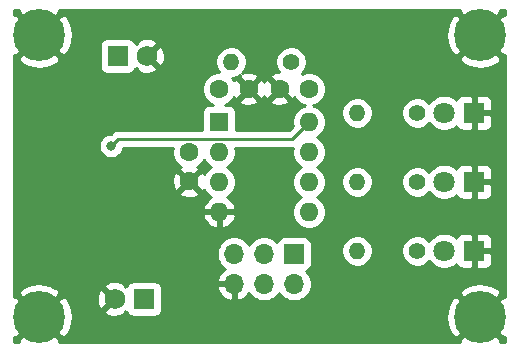
<source format=gbr>
G04 #@! TF.GenerationSoftware,KiCad,Pcbnew,(5.1.5)-3*
G04 #@! TF.CreationDate,2020-01-24T11:16:49+01:00*
G04 #@! TF.ProjectId,Ladestandsanzeige,4c616465-7374-4616-9e64-73616e7a6569,rev?*
G04 #@! TF.SameCoordinates,Original*
G04 #@! TF.FileFunction,Copper,L2,Bot*
G04 #@! TF.FilePolarity,Positive*
%FSLAX46Y46*%
G04 Gerber Fmt 4.6, Leading zero omitted, Abs format (unit mm)*
G04 Created by KiCad (PCBNEW (5.1.5)-3) date 2020-01-24 11:16:49*
%MOMM*%
%LPD*%
G04 APERTURE LIST*
%ADD10C,4.400000*%
%ADD11C,1.600000*%
%ADD12R,1.800000X1.800000*%
%ADD13C,1.800000*%
%ADD14R,1.750000X1.750000*%
%ADD15C,1.750000*%
%ADD16R,1.700000X1.700000*%
%ADD17O,1.700000X1.700000*%
%ADD18R,1.600000X1.600000*%
%ADD19O,1.600000X1.600000*%
%ADD20C,1.400000*%
%ADD21O,1.400000X1.400000*%
%ADD22C,0.800000*%
%ADD23C,0.250000*%
%ADD24C,0.254000*%
G04 APERTURE END LIST*
D10*
X159766000Y-124206000D03*
X122428000Y-124206000D03*
X159766000Y-100330000D03*
X122428000Y-100330000D03*
D11*
X140168000Y-104902000D03*
X137668000Y-104902000D03*
X145288000Y-104902000D03*
X142788000Y-104902000D03*
D12*
X159258000Y-118618000D03*
D13*
X156718000Y-118618000D03*
X156718000Y-112776000D03*
D12*
X159258000Y-112776000D03*
X159258000Y-106934000D03*
D13*
X156718000Y-106934000D03*
D14*
X131318000Y-122682000D03*
D15*
X128818000Y-122682000D03*
X131572000Y-102108000D03*
D14*
X129072000Y-102108000D03*
D16*
X144018000Y-118872000D03*
D17*
X144018000Y-121412000D03*
X141478000Y-118872000D03*
X141478000Y-121412000D03*
X138938000Y-118872000D03*
X138938000Y-121412000D03*
D18*
X137668000Y-107696000D03*
D19*
X145288000Y-115316000D03*
X137668000Y-110236000D03*
X145288000Y-112776000D03*
X137668000Y-112776000D03*
X145288000Y-110236000D03*
X137668000Y-115316000D03*
X145288000Y-107696000D03*
D11*
X135128000Y-110236000D03*
X135128000Y-112736000D03*
D20*
X143764000Y-102616000D03*
D21*
X138684000Y-102616000D03*
D20*
X154432000Y-118618000D03*
D21*
X149352000Y-118618000D03*
X149352000Y-112776000D03*
D20*
X154432000Y-112776000D03*
X154432000Y-106934000D03*
D21*
X149352000Y-106934000D03*
D22*
X128524000Y-109728000D03*
D23*
X143873001Y-109110999D02*
X129141001Y-109110999D01*
X145288000Y-107696000D02*
X143873001Y-109110999D01*
X129141001Y-109110999D02*
X128524000Y-109728000D01*
D24*
G36*
X120617830Y-98340225D02*
G01*
X122428000Y-100150395D01*
X124238170Y-98340225D01*
X124148730Y-98196000D01*
X158045270Y-98196000D01*
X157955830Y-98340225D01*
X159766000Y-100150395D01*
X161576170Y-98340225D01*
X161486730Y-98196000D01*
X161900000Y-98196000D01*
X161900000Y-98609270D01*
X161755775Y-98519830D01*
X159945605Y-100330000D01*
X161755775Y-102140170D01*
X161900000Y-102050730D01*
X161900001Y-122485271D01*
X161755775Y-122395830D01*
X159945605Y-124206000D01*
X161755775Y-126016170D01*
X161900001Y-125926729D01*
X161900001Y-126340000D01*
X161486730Y-126340000D01*
X161576170Y-126195775D01*
X159766000Y-124385605D01*
X157955830Y-126195775D01*
X158045270Y-126340000D01*
X124148730Y-126340000D01*
X124238170Y-126195775D01*
X122428000Y-124385605D01*
X120617830Y-126195775D01*
X120707270Y-126340000D01*
X120294000Y-126340000D01*
X120294000Y-125926730D01*
X120438225Y-126016170D01*
X122248395Y-124206000D01*
X122607605Y-124206000D01*
X124417775Y-126016170D01*
X124805018Y-125776024D01*
X125065641Y-125282123D01*
X125224901Y-124746867D01*
X125273852Y-124221174D01*
X156917322Y-124221174D01*
X156975019Y-124776632D01*
X157139972Y-125310161D01*
X157388982Y-125776024D01*
X157776225Y-126016170D01*
X159586395Y-124206000D01*
X157776225Y-122395830D01*
X157388982Y-122635976D01*
X157128359Y-123129877D01*
X156969099Y-123665133D01*
X156917322Y-124221174D01*
X125273852Y-124221174D01*
X125276678Y-124190826D01*
X125218981Y-123635368D01*
X125054028Y-123101839D01*
X124865722Y-122749543D01*
X127302196Y-122749543D01*
X127344499Y-123043963D01*
X127443428Y-123324474D01*
X127520132Y-123467975D01*
X127771760Y-123548635D01*
X128638395Y-122682000D01*
X127771760Y-121815365D01*
X127520132Y-121896025D01*
X127391733Y-122164329D01*
X127318145Y-122452526D01*
X127302196Y-122749543D01*
X124865722Y-122749543D01*
X124805018Y-122635976D01*
X124417775Y-122395830D01*
X122607605Y-124206000D01*
X122248395Y-124206000D01*
X120438225Y-122395830D01*
X120294000Y-122485270D01*
X120294000Y-122216225D01*
X120617830Y-122216225D01*
X122428000Y-124026395D01*
X124238170Y-122216225D01*
X123998024Y-121828982D01*
X123631854Y-121635760D01*
X127951365Y-121635760D01*
X128818000Y-122502395D01*
X128832143Y-122488253D01*
X129011748Y-122667858D01*
X128997605Y-122682000D01*
X129011748Y-122696143D01*
X128832143Y-122875748D01*
X128818000Y-122861605D01*
X127951365Y-123728240D01*
X128032025Y-123979868D01*
X128300329Y-124108267D01*
X128588526Y-124181855D01*
X128885543Y-124197804D01*
X129179963Y-124155501D01*
X129460474Y-124056572D01*
X129603975Y-123979868D01*
X129684634Y-123728242D01*
X129800659Y-123844267D01*
X129851228Y-123793698D01*
X129853498Y-123801180D01*
X129912463Y-123911494D01*
X129991815Y-124008185D01*
X130088506Y-124087537D01*
X130198820Y-124146502D01*
X130318518Y-124182812D01*
X130443000Y-124195072D01*
X132193000Y-124195072D01*
X132317482Y-124182812D01*
X132437180Y-124146502D01*
X132547494Y-124087537D01*
X132644185Y-124008185D01*
X132723537Y-123911494D01*
X132782502Y-123801180D01*
X132818812Y-123681482D01*
X132831072Y-123557000D01*
X132831072Y-121807000D01*
X132827319Y-121768891D01*
X137496519Y-121768891D01*
X137593843Y-122043252D01*
X137742822Y-122293355D01*
X137937731Y-122509588D01*
X138171080Y-122683641D01*
X138433901Y-122808825D01*
X138581110Y-122853476D01*
X138811000Y-122732155D01*
X138811000Y-121539000D01*
X137617186Y-121539000D01*
X137496519Y-121768891D01*
X132827319Y-121768891D01*
X132818812Y-121682518D01*
X132782502Y-121562820D01*
X132723537Y-121452506D01*
X132644185Y-121355815D01*
X132547494Y-121276463D01*
X132437180Y-121217498D01*
X132317482Y-121181188D01*
X132193000Y-121168928D01*
X130443000Y-121168928D01*
X130318518Y-121181188D01*
X130198820Y-121217498D01*
X130088506Y-121276463D01*
X129991815Y-121355815D01*
X129912463Y-121452506D01*
X129853498Y-121562820D01*
X129851228Y-121570302D01*
X129800659Y-121519733D01*
X129684634Y-121635758D01*
X129603975Y-121384132D01*
X129335671Y-121255733D01*
X129047474Y-121182145D01*
X128750457Y-121166196D01*
X128456037Y-121208499D01*
X128175526Y-121307428D01*
X128032025Y-121384132D01*
X127951365Y-121635760D01*
X123631854Y-121635760D01*
X123504123Y-121568359D01*
X122968867Y-121409099D01*
X122412826Y-121357322D01*
X121857368Y-121415019D01*
X121323839Y-121579972D01*
X120857976Y-121828982D01*
X120617830Y-122216225D01*
X120294000Y-122216225D01*
X120294000Y-118725740D01*
X137453000Y-118725740D01*
X137453000Y-119018260D01*
X137510068Y-119305158D01*
X137622010Y-119575411D01*
X137784525Y-119818632D01*
X137991368Y-120025475D01*
X138167406Y-120143100D01*
X137937731Y-120314412D01*
X137742822Y-120530645D01*
X137593843Y-120780748D01*
X137496519Y-121055109D01*
X137617186Y-121285000D01*
X138811000Y-121285000D01*
X138811000Y-121265000D01*
X139065000Y-121265000D01*
X139065000Y-121285000D01*
X139085000Y-121285000D01*
X139085000Y-121539000D01*
X139065000Y-121539000D01*
X139065000Y-122732155D01*
X139294890Y-122853476D01*
X139442099Y-122808825D01*
X139704920Y-122683641D01*
X139938269Y-122509588D01*
X140133178Y-122293355D01*
X140202805Y-122176466D01*
X140324525Y-122358632D01*
X140531368Y-122565475D01*
X140774589Y-122727990D01*
X141044842Y-122839932D01*
X141331740Y-122897000D01*
X141624260Y-122897000D01*
X141911158Y-122839932D01*
X142181411Y-122727990D01*
X142424632Y-122565475D01*
X142631475Y-122358632D01*
X142748000Y-122184240D01*
X142864525Y-122358632D01*
X143071368Y-122565475D01*
X143314589Y-122727990D01*
X143584842Y-122839932D01*
X143871740Y-122897000D01*
X144164260Y-122897000D01*
X144451158Y-122839932D01*
X144721411Y-122727990D01*
X144964632Y-122565475D01*
X145171475Y-122358632D01*
X145266628Y-122216225D01*
X157955830Y-122216225D01*
X159766000Y-124026395D01*
X161576170Y-122216225D01*
X161336024Y-121828982D01*
X160842123Y-121568359D01*
X160306867Y-121409099D01*
X159750826Y-121357322D01*
X159195368Y-121415019D01*
X158661839Y-121579972D01*
X158195976Y-121828982D01*
X157955830Y-122216225D01*
X145266628Y-122216225D01*
X145333990Y-122115411D01*
X145445932Y-121845158D01*
X145503000Y-121558260D01*
X145503000Y-121265740D01*
X145445932Y-120978842D01*
X145333990Y-120708589D01*
X145171475Y-120465368D01*
X145039620Y-120333513D01*
X145112180Y-120311502D01*
X145222494Y-120252537D01*
X145319185Y-120173185D01*
X145398537Y-120076494D01*
X145457502Y-119966180D01*
X145493812Y-119846482D01*
X145506072Y-119722000D01*
X145506072Y-118486514D01*
X148017000Y-118486514D01*
X148017000Y-118749486D01*
X148068304Y-119007405D01*
X148168939Y-119250359D01*
X148315038Y-119469013D01*
X148500987Y-119654962D01*
X148719641Y-119801061D01*
X148962595Y-119901696D01*
X149220514Y-119953000D01*
X149483486Y-119953000D01*
X149741405Y-119901696D01*
X149984359Y-119801061D01*
X150203013Y-119654962D01*
X150388962Y-119469013D01*
X150535061Y-119250359D01*
X150635696Y-119007405D01*
X150687000Y-118749486D01*
X150687000Y-118486514D01*
X153097000Y-118486514D01*
X153097000Y-118749486D01*
X153148304Y-119007405D01*
X153248939Y-119250359D01*
X153395038Y-119469013D01*
X153580987Y-119654962D01*
X153799641Y-119801061D01*
X154042595Y-119901696D01*
X154300514Y-119953000D01*
X154563486Y-119953000D01*
X154821405Y-119901696D01*
X155064359Y-119801061D01*
X155283013Y-119654962D01*
X155451901Y-119486074D01*
X155525688Y-119596505D01*
X155739495Y-119810312D01*
X155990905Y-119978299D01*
X156270257Y-120094011D01*
X156566816Y-120153000D01*
X156869184Y-120153000D01*
X157165743Y-120094011D01*
X157445095Y-119978299D01*
X157696505Y-119810312D01*
X157762944Y-119743873D01*
X157768498Y-119762180D01*
X157827463Y-119872494D01*
X157906815Y-119969185D01*
X158003506Y-120048537D01*
X158113820Y-120107502D01*
X158233518Y-120143812D01*
X158358000Y-120156072D01*
X158972250Y-120153000D01*
X159131000Y-119994250D01*
X159131000Y-118745000D01*
X159385000Y-118745000D01*
X159385000Y-119994250D01*
X159543750Y-120153000D01*
X160158000Y-120156072D01*
X160282482Y-120143812D01*
X160402180Y-120107502D01*
X160512494Y-120048537D01*
X160609185Y-119969185D01*
X160688537Y-119872494D01*
X160747502Y-119762180D01*
X160783812Y-119642482D01*
X160796072Y-119518000D01*
X160793000Y-118903750D01*
X160634250Y-118745000D01*
X159385000Y-118745000D01*
X159131000Y-118745000D01*
X159111000Y-118745000D01*
X159111000Y-118491000D01*
X159131000Y-118491000D01*
X159131000Y-117241750D01*
X159385000Y-117241750D01*
X159385000Y-118491000D01*
X160634250Y-118491000D01*
X160793000Y-118332250D01*
X160796072Y-117718000D01*
X160783812Y-117593518D01*
X160747502Y-117473820D01*
X160688537Y-117363506D01*
X160609185Y-117266815D01*
X160512494Y-117187463D01*
X160402180Y-117128498D01*
X160282482Y-117092188D01*
X160158000Y-117079928D01*
X159543750Y-117083000D01*
X159385000Y-117241750D01*
X159131000Y-117241750D01*
X158972250Y-117083000D01*
X158358000Y-117079928D01*
X158233518Y-117092188D01*
X158113820Y-117128498D01*
X158003506Y-117187463D01*
X157906815Y-117266815D01*
X157827463Y-117363506D01*
X157768498Y-117473820D01*
X157762944Y-117492127D01*
X157696505Y-117425688D01*
X157445095Y-117257701D01*
X157165743Y-117141989D01*
X156869184Y-117083000D01*
X156566816Y-117083000D01*
X156270257Y-117141989D01*
X155990905Y-117257701D01*
X155739495Y-117425688D01*
X155525688Y-117639495D01*
X155451901Y-117749926D01*
X155283013Y-117581038D01*
X155064359Y-117434939D01*
X154821405Y-117334304D01*
X154563486Y-117283000D01*
X154300514Y-117283000D01*
X154042595Y-117334304D01*
X153799641Y-117434939D01*
X153580987Y-117581038D01*
X153395038Y-117766987D01*
X153248939Y-117985641D01*
X153148304Y-118228595D01*
X153097000Y-118486514D01*
X150687000Y-118486514D01*
X150635696Y-118228595D01*
X150535061Y-117985641D01*
X150388962Y-117766987D01*
X150203013Y-117581038D01*
X149984359Y-117434939D01*
X149741405Y-117334304D01*
X149483486Y-117283000D01*
X149220514Y-117283000D01*
X148962595Y-117334304D01*
X148719641Y-117434939D01*
X148500987Y-117581038D01*
X148315038Y-117766987D01*
X148168939Y-117985641D01*
X148068304Y-118228595D01*
X148017000Y-118486514D01*
X145506072Y-118486514D01*
X145506072Y-118022000D01*
X145493812Y-117897518D01*
X145457502Y-117777820D01*
X145398537Y-117667506D01*
X145319185Y-117570815D01*
X145222494Y-117491463D01*
X145112180Y-117432498D01*
X144992482Y-117396188D01*
X144868000Y-117383928D01*
X143168000Y-117383928D01*
X143043518Y-117396188D01*
X142923820Y-117432498D01*
X142813506Y-117491463D01*
X142716815Y-117570815D01*
X142637463Y-117667506D01*
X142578498Y-117777820D01*
X142556487Y-117850380D01*
X142424632Y-117718525D01*
X142181411Y-117556010D01*
X141911158Y-117444068D01*
X141624260Y-117387000D01*
X141331740Y-117387000D01*
X141044842Y-117444068D01*
X140774589Y-117556010D01*
X140531368Y-117718525D01*
X140324525Y-117925368D01*
X140208000Y-118099760D01*
X140091475Y-117925368D01*
X139884632Y-117718525D01*
X139641411Y-117556010D01*
X139371158Y-117444068D01*
X139084260Y-117387000D01*
X138791740Y-117387000D01*
X138504842Y-117444068D01*
X138234589Y-117556010D01*
X137991368Y-117718525D01*
X137784525Y-117925368D01*
X137622010Y-118168589D01*
X137510068Y-118438842D01*
X137453000Y-118725740D01*
X120294000Y-118725740D01*
X120294000Y-115665039D01*
X136276096Y-115665039D01*
X136316754Y-115799087D01*
X136436963Y-116053420D01*
X136604481Y-116279414D01*
X136812869Y-116468385D01*
X137054119Y-116613070D01*
X137318960Y-116707909D01*
X137541000Y-116586624D01*
X137541000Y-115443000D01*
X137795000Y-115443000D01*
X137795000Y-116586624D01*
X138017040Y-116707909D01*
X138281881Y-116613070D01*
X138523131Y-116468385D01*
X138731519Y-116279414D01*
X138899037Y-116053420D01*
X139019246Y-115799087D01*
X139059904Y-115665039D01*
X138937915Y-115443000D01*
X137795000Y-115443000D01*
X137541000Y-115443000D01*
X136398085Y-115443000D01*
X136276096Y-115665039D01*
X120294000Y-115665039D01*
X120294000Y-113728702D01*
X134314903Y-113728702D01*
X134386486Y-113972671D01*
X134641996Y-114093571D01*
X134916184Y-114162300D01*
X135198512Y-114176217D01*
X135478130Y-114134787D01*
X135744292Y-114039603D01*
X135869514Y-113972671D01*
X135941097Y-113728702D01*
X135128000Y-112915605D01*
X134314903Y-113728702D01*
X120294000Y-113728702D01*
X120294000Y-112806512D01*
X133687783Y-112806512D01*
X133729213Y-113086130D01*
X133824397Y-113352292D01*
X133891329Y-113477514D01*
X134135298Y-113549097D01*
X134948395Y-112736000D01*
X134135298Y-111922903D01*
X133891329Y-111994486D01*
X133770429Y-112249996D01*
X133701700Y-112524184D01*
X133687783Y-112806512D01*
X120294000Y-112806512D01*
X120294000Y-109626061D01*
X127489000Y-109626061D01*
X127489000Y-109829939D01*
X127528774Y-110029898D01*
X127606795Y-110218256D01*
X127720063Y-110387774D01*
X127864226Y-110531937D01*
X128033744Y-110645205D01*
X128222102Y-110723226D01*
X128422061Y-110763000D01*
X128625939Y-110763000D01*
X128825898Y-110723226D01*
X129014256Y-110645205D01*
X129183774Y-110531937D01*
X129327937Y-110387774D01*
X129441205Y-110218256D01*
X129519226Y-110029898D01*
X129550833Y-109870999D01*
X133737491Y-109870999D01*
X133693000Y-110094665D01*
X133693000Y-110377335D01*
X133748147Y-110654574D01*
X133856320Y-110915727D01*
X134013363Y-111150759D01*
X134213241Y-111350637D01*
X134413869Y-111484692D01*
X134386486Y-111499329D01*
X134314903Y-111743298D01*
X135128000Y-112556395D01*
X135941097Y-111743298D01*
X135869514Y-111499329D01*
X135840659Y-111485676D01*
X136042759Y-111350637D01*
X136242637Y-111150759D01*
X136398000Y-110918241D01*
X136553363Y-111150759D01*
X136753241Y-111350637D01*
X136985759Y-111506000D01*
X136753241Y-111661363D01*
X136553363Y-111861241D01*
X136408963Y-112077351D01*
X136364671Y-111994486D01*
X136120702Y-111922903D01*
X135307605Y-112736000D01*
X136120702Y-113549097D01*
X136364671Y-113477514D01*
X136386359Y-113431679D01*
X136396320Y-113455727D01*
X136553363Y-113690759D01*
X136753241Y-113890637D01*
X136988273Y-114047680D01*
X136998865Y-114052067D01*
X136812869Y-114163615D01*
X136604481Y-114352586D01*
X136436963Y-114578580D01*
X136316754Y-114832913D01*
X136276096Y-114966961D01*
X136398085Y-115189000D01*
X137541000Y-115189000D01*
X137541000Y-115169000D01*
X137795000Y-115169000D01*
X137795000Y-115189000D01*
X138937915Y-115189000D01*
X139059904Y-114966961D01*
X139019246Y-114832913D01*
X138899037Y-114578580D01*
X138731519Y-114352586D01*
X138523131Y-114163615D01*
X138337135Y-114052067D01*
X138347727Y-114047680D01*
X138582759Y-113890637D01*
X138782637Y-113690759D01*
X138939680Y-113455727D01*
X139047853Y-113194574D01*
X139103000Y-112917335D01*
X139103000Y-112634665D01*
X139047853Y-112357426D01*
X138939680Y-112096273D01*
X138782637Y-111861241D01*
X138582759Y-111661363D01*
X138350241Y-111506000D01*
X138582759Y-111350637D01*
X138782637Y-111150759D01*
X138939680Y-110915727D01*
X139047853Y-110654574D01*
X139103000Y-110377335D01*
X139103000Y-110094665D01*
X139058509Y-109870999D01*
X143835679Y-109870999D01*
X143873001Y-109874675D01*
X143897234Y-109872288D01*
X143853000Y-110094665D01*
X143853000Y-110377335D01*
X143908147Y-110654574D01*
X144016320Y-110915727D01*
X144173363Y-111150759D01*
X144373241Y-111350637D01*
X144605759Y-111506000D01*
X144373241Y-111661363D01*
X144173363Y-111861241D01*
X144016320Y-112096273D01*
X143908147Y-112357426D01*
X143853000Y-112634665D01*
X143853000Y-112917335D01*
X143908147Y-113194574D01*
X144016320Y-113455727D01*
X144173363Y-113690759D01*
X144373241Y-113890637D01*
X144605759Y-114046000D01*
X144373241Y-114201363D01*
X144173363Y-114401241D01*
X144016320Y-114636273D01*
X143908147Y-114897426D01*
X143853000Y-115174665D01*
X143853000Y-115457335D01*
X143908147Y-115734574D01*
X144016320Y-115995727D01*
X144173363Y-116230759D01*
X144373241Y-116430637D01*
X144608273Y-116587680D01*
X144869426Y-116695853D01*
X145146665Y-116751000D01*
X145429335Y-116751000D01*
X145706574Y-116695853D01*
X145967727Y-116587680D01*
X146202759Y-116430637D01*
X146402637Y-116230759D01*
X146559680Y-115995727D01*
X146667853Y-115734574D01*
X146723000Y-115457335D01*
X146723000Y-115174665D01*
X146667853Y-114897426D01*
X146559680Y-114636273D01*
X146402637Y-114401241D01*
X146202759Y-114201363D01*
X145970241Y-114046000D01*
X146202759Y-113890637D01*
X146402637Y-113690759D01*
X146559680Y-113455727D01*
X146667853Y-113194574D01*
X146723000Y-112917335D01*
X146723000Y-112644514D01*
X148017000Y-112644514D01*
X148017000Y-112907486D01*
X148068304Y-113165405D01*
X148168939Y-113408359D01*
X148315038Y-113627013D01*
X148500987Y-113812962D01*
X148719641Y-113959061D01*
X148962595Y-114059696D01*
X149220514Y-114111000D01*
X149483486Y-114111000D01*
X149741405Y-114059696D01*
X149984359Y-113959061D01*
X150203013Y-113812962D01*
X150388962Y-113627013D01*
X150535061Y-113408359D01*
X150635696Y-113165405D01*
X150687000Y-112907486D01*
X150687000Y-112644514D01*
X153097000Y-112644514D01*
X153097000Y-112907486D01*
X153148304Y-113165405D01*
X153248939Y-113408359D01*
X153395038Y-113627013D01*
X153580987Y-113812962D01*
X153799641Y-113959061D01*
X154042595Y-114059696D01*
X154300514Y-114111000D01*
X154563486Y-114111000D01*
X154821405Y-114059696D01*
X155064359Y-113959061D01*
X155283013Y-113812962D01*
X155451901Y-113644074D01*
X155525688Y-113754505D01*
X155739495Y-113968312D01*
X155990905Y-114136299D01*
X156270257Y-114252011D01*
X156566816Y-114311000D01*
X156869184Y-114311000D01*
X157165743Y-114252011D01*
X157445095Y-114136299D01*
X157696505Y-113968312D01*
X157762944Y-113901873D01*
X157768498Y-113920180D01*
X157827463Y-114030494D01*
X157906815Y-114127185D01*
X158003506Y-114206537D01*
X158113820Y-114265502D01*
X158233518Y-114301812D01*
X158358000Y-114314072D01*
X158972250Y-114311000D01*
X159131000Y-114152250D01*
X159131000Y-112903000D01*
X159385000Y-112903000D01*
X159385000Y-114152250D01*
X159543750Y-114311000D01*
X160158000Y-114314072D01*
X160282482Y-114301812D01*
X160402180Y-114265502D01*
X160512494Y-114206537D01*
X160609185Y-114127185D01*
X160688537Y-114030494D01*
X160747502Y-113920180D01*
X160783812Y-113800482D01*
X160796072Y-113676000D01*
X160793000Y-113061750D01*
X160634250Y-112903000D01*
X159385000Y-112903000D01*
X159131000Y-112903000D01*
X159111000Y-112903000D01*
X159111000Y-112649000D01*
X159131000Y-112649000D01*
X159131000Y-111399750D01*
X159385000Y-111399750D01*
X159385000Y-112649000D01*
X160634250Y-112649000D01*
X160793000Y-112490250D01*
X160796072Y-111876000D01*
X160783812Y-111751518D01*
X160747502Y-111631820D01*
X160688537Y-111521506D01*
X160609185Y-111424815D01*
X160512494Y-111345463D01*
X160402180Y-111286498D01*
X160282482Y-111250188D01*
X160158000Y-111237928D01*
X159543750Y-111241000D01*
X159385000Y-111399750D01*
X159131000Y-111399750D01*
X158972250Y-111241000D01*
X158358000Y-111237928D01*
X158233518Y-111250188D01*
X158113820Y-111286498D01*
X158003506Y-111345463D01*
X157906815Y-111424815D01*
X157827463Y-111521506D01*
X157768498Y-111631820D01*
X157762944Y-111650127D01*
X157696505Y-111583688D01*
X157445095Y-111415701D01*
X157165743Y-111299989D01*
X156869184Y-111241000D01*
X156566816Y-111241000D01*
X156270257Y-111299989D01*
X155990905Y-111415701D01*
X155739495Y-111583688D01*
X155525688Y-111797495D01*
X155451901Y-111907926D01*
X155283013Y-111739038D01*
X155064359Y-111592939D01*
X154821405Y-111492304D01*
X154563486Y-111441000D01*
X154300514Y-111441000D01*
X154042595Y-111492304D01*
X153799641Y-111592939D01*
X153580987Y-111739038D01*
X153395038Y-111924987D01*
X153248939Y-112143641D01*
X153148304Y-112386595D01*
X153097000Y-112644514D01*
X150687000Y-112644514D01*
X150635696Y-112386595D01*
X150535061Y-112143641D01*
X150388962Y-111924987D01*
X150203013Y-111739038D01*
X149984359Y-111592939D01*
X149741405Y-111492304D01*
X149483486Y-111441000D01*
X149220514Y-111441000D01*
X148962595Y-111492304D01*
X148719641Y-111592939D01*
X148500987Y-111739038D01*
X148315038Y-111924987D01*
X148168939Y-112143641D01*
X148068304Y-112386595D01*
X148017000Y-112644514D01*
X146723000Y-112644514D01*
X146723000Y-112634665D01*
X146667853Y-112357426D01*
X146559680Y-112096273D01*
X146402637Y-111861241D01*
X146202759Y-111661363D01*
X145970241Y-111506000D01*
X146202759Y-111350637D01*
X146402637Y-111150759D01*
X146559680Y-110915727D01*
X146667853Y-110654574D01*
X146723000Y-110377335D01*
X146723000Y-110094665D01*
X146667853Y-109817426D01*
X146559680Y-109556273D01*
X146402637Y-109321241D01*
X146202759Y-109121363D01*
X145970241Y-108966000D01*
X146202759Y-108810637D01*
X146402637Y-108610759D01*
X146559680Y-108375727D01*
X146667853Y-108114574D01*
X146723000Y-107837335D01*
X146723000Y-107554665D01*
X146667853Y-107277426D01*
X146559680Y-107016273D01*
X146416852Y-106802514D01*
X148017000Y-106802514D01*
X148017000Y-107065486D01*
X148068304Y-107323405D01*
X148168939Y-107566359D01*
X148315038Y-107785013D01*
X148500987Y-107970962D01*
X148719641Y-108117061D01*
X148962595Y-108217696D01*
X149220514Y-108269000D01*
X149483486Y-108269000D01*
X149741405Y-108217696D01*
X149984359Y-108117061D01*
X150203013Y-107970962D01*
X150388962Y-107785013D01*
X150535061Y-107566359D01*
X150635696Y-107323405D01*
X150687000Y-107065486D01*
X150687000Y-106802514D01*
X153097000Y-106802514D01*
X153097000Y-107065486D01*
X153148304Y-107323405D01*
X153248939Y-107566359D01*
X153395038Y-107785013D01*
X153580987Y-107970962D01*
X153799641Y-108117061D01*
X154042595Y-108217696D01*
X154300514Y-108269000D01*
X154563486Y-108269000D01*
X154821405Y-108217696D01*
X155064359Y-108117061D01*
X155283013Y-107970962D01*
X155451901Y-107802074D01*
X155525688Y-107912505D01*
X155739495Y-108126312D01*
X155990905Y-108294299D01*
X156270257Y-108410011D01*
X156566816Y-108469000D01*
X156869184Y-108469000D01*
X157165743Y-108410011D01*
X157445095Y-108294299D01*
X157696505Y-108126312D01*
X157762944Y-108059873D01*
X157768498Y-108078180D01*
X157827463Y-108188494D01*
X157906815Y-108285185D01*
X158003506Y-108364537D01*
X158113820Y-108423502D01*
X158233518Y-108459812D01*
X158358000Y-108472072D01*
X158972250Y-108469000D01*
X159131000Y-108310250D01*
X159131000Y-107061000D01*
X159385000Y-107061000D01*
X159385000Y-108310250D01*
X159543750Y-108469000D01*
X160158000Y-108472072D01*
X160282482Y-108459812D01*
X160402180Y-108423502D01*
X160512494Y-108364537D01*
X160609185Y-108285185D01*
X160688537Y-108188494D01*
X160747502Y-108078180D01*
X160783812Y-107958482D01*
X160796072Y-107834000D01*
X160793000Y-107219750D01*
X160634250Y-107061000D01*
X159385000Y-107061000D01*
X159131000Y-107061000D01*
X159111000Y-107061000D01*
X159111000Y-106807000D01*
X159131000Y-106807000D01*
X159131000Y-105557750D01*
X159385000Y-105557750D01*
X159385000Y-106807000D01*
X160634250Y-106807000D01*
X160793000Y-106648250D01*
X160796072Y-106034000D01*
X160783812Y-105909518D01*
X160747502Y-105789820D01*
X160688537Y-105679506D01*
X160609185Y-105582815D01*
X160512494Y-105503463D01*
X160402180Y-105444498D01*
X160282482Y-105408188D01*
X160158000Y-105395928D01*
X159543750Y-105399000D01*
X159385000Y-105557750D01*
X159131000Y-105557750D01*
X158972250Y-105399000D01*
X158358000Y-105395928D01*
X158233518Y-105408188D01*
X158113820Y-105444498D01*
X158003506Y-105503463D01*
X157906815Y-105582815D01*
X157827463Y-105679506D01*
X157768498Y-105789820D01*
X157762944Y-105808127D01*
X157696505Y-105741688D01*
X157445095Y-105573701D01*
X157165743Y-105457989D01*
X156869184Y-105399000D01*
X156566816Y-105399000D01*
X156270257Y-105457989D01*
X155990905Y-105573701D01*
X155739495Y-105741688D01*
X155525688Y-105955495D01*
X155451901Y-106065926D01*
X155283013Y-105897038D01*
X155064359Y-105750939D01*
X154821405Y-105650304D01*
X154563486Y-105599000D01*
X154300514Y-105599000D01*
X154042595Y-105650304D01*
X153799641Y-105750939D01*
X153580987Y-105897038D01*
X153395038Y-106082987D01*
X153248939Y-106301641D01*
X153148304Y-106544595D01*
X153097000Y-106802514D01*
X150687000Y-106802514D01*
X150635696Y-106544595D01*
X150535061Y-106301641D01*
X150388962Y-106082987D01*
X150203013Y-105897038D01*
X149984359Y-105750939D01*
X149741405Y-105650304D01*
X149483486Y-105599000D01*
X149220514Y-105599000D01*
X148962595Y-105650304D01*
X148719641Y-105750939D01*
X148500987Y-105897038D01*
X148315038Y-106082987D01*
X148168939Y-106301641D01*
X148068304Y-106544595D01*
X148017000Y-106802514D01*
X146416852Y-106802514D01*
X146402637Y-106781241D01*
X146202759Y-106581363D01*
X145967727Y-106424320D01*
X145706574Y-106316147D01*
X145620371Y-106299000D01*
X145706574Y-106281853D01*
X145967727Y-106173680D01*
X146202759Y-106016637D01*
X146402637Y-105816759D01*
X146559680Y-105581727D01*
X146667853Y-105320574D01*
X146723000Y-105043335D01*
X146723000Y-104760665D01*
X146667853Y-104483426D01*
X146559680Y-104222273D01*
X146402637Y-103987241D01*
X146202759Y-103787363D01*
X145967727Y-103630320D01*
X145706574Y-103522147D01*
X145429335Y-103467000D01*
X145146665Y-103467000D01*
X144869426Y-103522147D01*
X144658431Y-103609544D01*
X144800962Y-103467013D01*
X144947061Y-103248359D01*
X145047696Y-103005405D01*
X145099000Y-102747486D01*
X145099000Y-102484514D01*
X145066231Y-102319775D01*
X157955830Y-102319775D01*
X158195976Y-102707018D01*
X158689877Y-102967641D01*
X159225133Y-103126901D01*
X159781174Y-103178678D01*
X160336632Y-103120981D01*
X160870161Y-102956028D01*
X161336024Y-102707018D01*
X161576170Y-102319775D01*
X159766000Y-100509605D01*
X157955830Y-102319775D01*
X145066231Y-102319775D01*
X145047696Y-102226595D01*
X144947061Y-101983641D01*
X144800962Y-101764987D01*
X144615013Y-101579038D01*
X144396359Y-101432939D01*
X144153405Y-101332304D01*
X143895486Y-101281000D01*
X143632514Y-101281000D01*
X143374595Y-101332304D01*
X143131641Y-101432939D01*
X142912987Y-101579038D01*
X142727038Y-101764987D01*
X142580939Y-101983641D01*
X142480304Y-102226595D01*
X142429000Y-102484514D01*
X142429000Y-102747486D01*
X142480304Y-103005405D01*
X142580939Y-103248359D01*
X142723750Y-103462092D01*
X142717488Y-103461783D01*
X142437870Y-103503213D01*
X142171708Y-103598397D01*
X142046486Y-103665329D01*
X141974903Y-103909298D01*
X142788000Y-104722395D01*
X142802143Y-104708253D01*
X142981748Y-104887858D01*
X142967605Y-104902000D01*
X143780702Y-105715097D01*
X144024671Y-105643514D01*
X144038324Y-105614659D01*
X144173363Y-105816759D01*
X144373241Y-106016637D01*
X144608273Y-106173680D01*
X144869426Y-106281853D01*
X144955629Y-106299000D01*
X144869426Y-106316147D01*
X144608273Y-106424320D01*
X144373241Y-106581363D01*
X144173363Y-106781241D01*
X144016320Y-107016273D01*
X143908147Y-107277426D01*
X143853000Y-107554665D01*
X143853000Y-107837335D01*
X143889312Y-108019886D01*
X143558200Y-108350999D01*
X139106072Y-108350999D01*
X139106072Y-106896000D01*
X139093812Y-106771518D01*
X139057502Y-106651820D01*
X138998537Y-106541506D01*
X138919185Y-106444815D01*
X138822494Y-106365463D01*
X138712180Y-106306498D01*
X138592482Y-106270188D01*
X138468000Y-106257928D01*
X138144334Y-106257928D01*
X138347727Y-106173680D01*
X138582759Y-106016637D01*
X138704694Y-105894702D01*
X139354903Y-105894702D01*
X139426486Y-106138671D01*
X139681996Y-106259571D01*
X139956184Y-106328300D01*
X140238512Y-106342217D01*
X140518130Y-106300787D01*
X140784292Y-106205603D01*
X140909514Y-106138671D01*
X140981097Y-105894702D01*
X141974903Y-105894702D01*
X142046486Y-106138671D01*
X142301996Y-106259571D01*
X142576184Y-106328300D01*
X142858512Y-106342217D01*
X143138130Y-106300787D01*
X143404292Y-106205603D01*
X143529514Y-106138671D01*
X143601097Y-105894702D01*
X142788000Y-105081605D01*
X141974903Y-105894702D01*
X140981097Y-105894702D01*
X140168000Y-105081605D01*
X139354903Y-105894702D01*
X138704694Y-105894702D01*
X138782637Y-105816759D01*
X138916692Y-105616131D01*
X138931329Y-105643514D01*
X139175298Y-105715097D01*
X139988395Y-104902000D01*
X140347605Y-104902000D01*
X141160702Y-105715097D01*
X141404671Y-105643514D01*
X141475584Y-105493647D01*
X141484397Y-105518292D01*
X141551329Y-105643514D01*
X141795298Y-105715097D01*
X142608395Y-104902000D01*
X141795298Y-104088903D01*
X141551329Y-104160486D01*
X141480416Y-104310353D01*
X141471603Y-104285708D01*
X141404671Y-104160486D01*
X141160702Y-104088903D01*
X140347605Y-104902000D01*
X139988395Y-104902000D01*
X139175298Y-104088903D01*
X138931329Y-104160486D01*
X138917676Y-104189341D01*
X138782637Y-103987241D01*
X138746396Y-103951000D01*
X138815486Y-103951000D01*
X139073405Y-103899696D01*
X139316359Y-103799061D01*
X139404534Y-103740144D01*
X139354903Y-103909298D01*
X140168000Y-104722395D01*
X140981097Y-103909298D01*
X140909514Y-103665329D01*
X140654004Y-103544429D01*
X140379816Y-103475700D01*
X140097488Y-103461783D01*
X139817870Y-103503213D01*
X139610660Y-103577315D01*
X139720962Y-103467013D01*
X139867061Y-103248359D01*
X139967696Y-103005405D01*
X140019000Y-102747486D01*
X140019000Y-102484514D01*
X139967696Y-102226595D01*
X139867061Y-101983641D01*
X139720962Y-101764987D01*
X139535013Y-101579038D01*
X139316359Y-101432939D01*
X139073405Y-101332304D01*
X138815486Y-101281000D01*
X138552514Y-101281000D01*
X138294595Y-101332304D01*
X138051641Y-101432939D01*
X137832987Y-101579038D01*
X137647038Y-101764987D01*
X137500939Y-101983641D01*
X137400304Y-102226595D01*
X137349000Y-102484514D01*
X137349000Y-102747486D01*
X137400304Y-103005405D01*
X137500939Y-103248359D01*
X137647029Y-103467000D01*
X137526665Y-103467000D01*
X137249426Y-103522147D01*
X136988273Y-103630320D01*
X136753241Y-103787363D01*
X136553363Y-103987241D01*
X136396320Y-104222273D01*
X136288147Y-104483426D01*
X136233000Y-104760665D01*
X136233000Y-105043335D01*
X136288147Y-105320574D01*
X136396320Y-105581727D01*
X136553363Y-105816759D01*
X136753241Y-106016637D01*
X136988273Y-106173680D01*
X137191666Y-106257928D01*
X136868000Y-106257928D01*
X136743518Y-106270188D01*
X136623820Y-106306498D01*
X136513506Y-106365463D01*
X136416815Y-106444815D01*
X136337463Y-106541506D01*
X136278498Y-106651820D01*
X136242188Y-106771518D01*
X136229928Y-106896000D01*
X136229928Y-108350999D01*
X129178323Y-108350999D01*
X129141000Y-108347323D01*
X129103677Y-108350999D01*
X129103668Y-108350999D01*
X128992015Y-108361996D01*
X128848754Y-108405453D01*
X128716725Y-108476025D01*
X128601000Y-108570998D01*
X128577201Y-108599997D01*
X128484198Y-108693000D01*
X128422061Y-108693000D01*
X128222102Y-108732774D01*
X128033744Y-108810795D01*
X127864226Y-108924063D01*
X127720063Y-109068226D01*
X127606795Y-109237744D01*
X127528774Y-109426102D01*
X127489000Y-109626061D01*
X120294000Y-109626061D01*
X120294000Y-102319775D01*
X120617830Y-102319775D01*
X120857976Y-102707018D01*
X121351877Y-102967641D01*
X121887133Y-103126901D01*
X122443174Y-103178678D01*
X122998632Y-103120981D01*
X123532161Y-102956028D01*
X123998024Y-102707018D01*
X124238170Y-102319775D01*
X122428000Y-100509605D01*
X120617830Y-102319775D01*
X120294000Y-102319775D01*
X120294000Y-102050730D01*
X120438225Y-102140170D01*
X122248395Y-100330000D01*
X122607605Y-100330000D01*
X124417775Y-102140170D01*
X124805018Y-101900024D01*
X125065641Y-101406123D01*
X125117151Y-101233000D01*
X127558928Y-101233000D01*
X127558928Y-102983000D01*
X127571188Y-103107482D01*
X127607498Y-103227180D01*
X127666463Y-103337494D01*
X127745815Y-103434185D01*
X127842506Y-103513537D01*
X127952820Y-103572502D01*
X128072518Y-103608812D01*
X128197000Y-103621072D01*
X129947000Y-103621072D01*
X130071482Y-103608812D01*
X130191180Y-103572502D01*
X130301494Y-103513537D01*
X130398185Y-103434185D01*
X130477537Y-103337494D01*
X130536502Y-103227180D01*
X130538772Y-103219698D01*
X130589341Y-103270267D01*
X130705366Y-103154242D01*
X130786025Y-103405868D01*
X131054329Y-103534267D01*
X131342526Y-103607855D01*
X131639543Y-103623804D01*
X131933963Y-103581501D01*
X132214474Y-103482572D01*
X132357975Y-103405868D01*
X132438635Y-103154240D01*
X131572000Y-102287605D01*
X131557858Y-102301748D01*
X131378253Y-102122143D01*
X131392395Y-102108000D01*
X131751605Y-102108000D01*
X132618240Y-102974635D01*
X132869868Y-102893975D01*
X132998267Y-102625671D01*
X133071855Y-102337474D01*
X133087804Y-102040457D01*
X133045501Y-101746037D01*
X132946572Y-101465526D01*
X132869868Y-101322025D01*
X132618240Y-101241365D01*
X131751605Y-102108000D01*
X131392395Y-102108000D01*
X131378253Y-102093858D01*
X131557858Y-101914253D01*
X131572000Y-101928395D01*
X132438635Y-101061760D01*
X132357975Y-100810132D01*
X132089671Y-100681733D01*
X131801474Y-100608145D01*
X131504457Y-100592196D01*
X131210037Y-100634499D01*
X130929526Y-100733428D01*
X130786025Y-100810132D01*
X130705366Y-101061758D01*
X130589341Y-100945733D01*
X130538772Y-100996302D01*
X130536502Y-100988820D01*
X130477537Y-100878506D01*
X130398185Y-100781815D01*
X130301494Y-100702463D01*
X130191180Y-100643498D01*
X130071482Y-100607188D01*
X129947000Y-100594928D01*
X128197000Y-100594928D01*
X128072518Y-100607188D01*
X127952820Y-100643498D01*
X127842506Y-100702463D01*
X127745815Y-100781815D01*
X127666463Y-100878506D01*
X127607498Y-100988820D01*
X127571188Y-101108518D01*
X127558928Y-101233000D01*
X125117151Y-101233000D01*
X125224901Y-100870867D01*
X125273852Y-100345174D01*
X156917322Y-100345174D01*
X156975019Y-100900632D01*
X157139972Y-101434161D01*
X157388982Y-101900024D01*
X157776225Y-102140170D01*
X159586395Y-100330000D01*
X157776225Y-98519830D01*
X157388982Y-98759976D01*
X157128359Y-99253877D01*
X156969099Y-99789133D01*
X156917322Y-100345174D01*
X125273852Y-100345174D01*
X125276678Y-100314826D01*
X125218981Y-99759368D01*
X125054028Y-99225839D01*
X124805018Y-98759976D01*
X124417775Y-98519830D01*
X122607605Y-100330000D01*
X122248395Y-100330000D01*
X120438225Y-98519830D01*
X120294000Y-98609270D01*
X120294000Y-98196000D01*
X120707270Y-98196000D01*
X120617830Y-98340225D01*
G37*
X120617830Y-98340225D02*
X122428000Y-100150395D01*
X124238170Y-98340225D01*
X124148730Y-98196000D01*
X158045270Y-98196000D01*
X157955830Y-98340225D01*
X159766000Y-100150395D01*
X161576170Y-98340225D01*
X161486730Y-98196000D01*
X161900000Y-98196000D01*
X161900000Y-98609270D01*
X161755775Y-98519830D01*
X159945605Y-100330000D01*
X161755775Y-102140170D01*
X161900000Y-102050730D01*
X161900001Y-122485271D01*
X161755775Y-122395830D01*
X159945605Y-124206000D01*
X161755775Y-126016170D01*
X161900001Y-125926729D01*
X161900001Y-126340000D01*
X161486730Y-126340000D01*
X161576170Y-126195775D01*
X159766000Y-124385605D01*
X157955830Y-126195775D01*
X158045270Y-126340000D01*
X124148730Y-126340000D01*
X124238170Y-126195775D01*
X122428000Y-124385605D01*
X120617830Y-126195775D01*
X120707270Y-126340000D01*
X120294000Y-126340000D01*
X120294000Y-125926730D01*
X120438225Y-126016170D01*
X122248395Y-124206000D01*
X122607605Y-124206000D01*
X124417775Y-126016170D01*
X124805018Y-125776024D01*
X125065641Y-125282123D01*
X125224901Y-124746867D01*
X125273852Y-124221174D01*
X156917322Y-124221174D01*
X156975019Y-124776632D01*
X157139972Y-125310161D01*
X157388982Y-125776024D01*
X157776225Y-126016170D01*
X159586395Y-124206000D01*
X157776225Y-122395830D01*
X157388982Y-122635976D01*
X157128359Y-123129877D01*
X156969099Y-123665133D01*
X156917322Y-124221174D01*
X125273852Y-124221174D01*
X125276678Y-124190826D01*
X125218981Y-123635368D01*
X125054028Y-123101839D01*
X124865722Y-122749543D01*
X127302196Y-122749543D01*
X127344499Y-123043963D01*
X127443428Y-123324474D01*
X127520132Y-123467975D01*
X127771760Y-123548635D01*
X128638395Y-122682000D01*
X127771760Y-121815365D01*
X127520132Y-121896025D01*
X127391733Y-122164329D01*
X127318145Y-122452526D01*
X127302196Y-122749543D01*
X124865722Y-122749543D01*
X124805018Y-122635976D01*
X124417775Y-122395830D01*
X122607605Y-124206000D01*
X122248395Y-124206000D01*
X120438225Y-122395830D01*
X120294000Y-122485270D01*
X120294000Y-122216225D01*
X120617830Y-122216225D01*
X122428000Y-124026395D01*
X124238170Y-122216225D01*
X123998024Y-121828982D01*
X123631854Y-121635760D01*
X127951365Y-121635760D01*
X128818000Y-122502395D01*
X128832143Y-122488253D01*
X129011748Y-122667858D01*
X128997605Y-122682000D01*
X129011748Y-122696143D01*
X128832143Y-122875748D01*
X128818000Y-122861605D01*
X127951365Y-123728240D01*
X128032025Y-123979868D01*
X128300329Y-124108267D01*
X128588526Y-124181855D01*
X128885543Y-124197804D01*
X129179963Y-124155501D01*
X129460474Y-124056572D01*
X129603975Y-123979868D01*
X129684634Y-123728242D01*
X129800659Y-123844267D01*
X129851228Y-123793698D01*
X129853498Y-123801180D01*
X129912463Y-123911494D01*
X129991815Y-124008185D01*
X130088506Y-124087537D01*
X130198820Y-124146502D01*
X130318518Y-124182812D01*
X130443000Y-124195072D01*
X132193000Y-124195072D01*
X132317482Y-124182812D01*
X132437180Y-124146502D01*
X132547494Y-124087537D01*
X132644185Y-124008185D01*
X132723537Y-123911494D01*
X132782502Y-123801180D01*
X132818812Y-123681482D01*
X132831072Y-123557000D01*
X132831072Y-121807000D01*
X132827319Y-121768891D01*
X137496519Y-121768891D01*
X137593843Y-122043252D01*
X137742822Y-122293355D01*
X137937731Y-122509588D01*
X138171080Y-122683641D01*
X138433901Y-122808825D01*
X138581110Y-122853476D01*
X138811000Y-122732155D01*
X138811000Y-121539000D01*
X137617186Y-121539000D01*
X137496519Y-121768891D01*
X132827319Y-121768891D01*
X132818812Y-121682518D01*
X132782502Y-121562820D01*
X132723537Y-121452506D01*
X132644185Y-121355815D01*
X132547494Y-121276463D01*
X132437180Y-121217498D01*
X132317482Y-121181188D01*
X132193000Y-121168928D01*
X130443000Y-121168928D01*
X130318518Y-121181188D01*
X130198820Y-121217498D01*
X130088506Y-121276463D01*
X129991815Y-121355815D01*
X129912463Y-121452506D01*
X129853498Y-121562820D01*
X129851228Y-121570302D01*
X129800659Y-121519733D01*
X129684634Y-121635758D01*
X129603975Y-121384132D01*
X129335671Y-121255733D01*
X129047474Y-121182145D01*
X128750457Y-121166196D01*
X128456037Y-121208499D01*
X128175526Y-121307428D01*
X128032025Y-121384132D01*
X127951365Y-121635760D01*
X123631854Y-121635760D01*
X123504123Y-121568359D01*
X122968867Y-121409099D01*
X122412826Y-121357322D01*
X121857368Y-121415019D01*
X121323839Y-121579972D01*
X120857976Y-121828982D01*
X120617830Y-122216225D01*
X120294000Y-122216225D01*
X120294000Y-118725740D01*
X137453000Y-118725740D01*
X137453000Y-119018260D01*
X137510068Y-119305158D01*
X137622010Y-119575411D01*
X137784525Y-119818632D01*
X137991368Y-120025475D01*
X138167406Y-120143100D01*
X137937731Y-120314412D01*
X137742822Y-120530645D01*
X137593843Y-120780748D01*
X137496519Y-121055109D01*
X137617186Y-121285000D01*
X138811000Y-121285000D01*
X138811000Y-121265000D01*
X139065000Y-121265000D01*
X139065000Y-121285000D01*
X139085000Y-121285000D01*
X139085000Y-121539000D01*
X139065000Y-121539000D01*
X139065000Y-122732155D01*
X139294890Y-122853476D01*
X139442099Y-122808825D01*
X139704920Y-122683641D01*
X139938269Y-122509588D01*
X140133178Y-122293355D01*
X140202805Y-122176466D01*
X140324525Y-122358632D01*
X140531368Y-122565475D01*
X140774589Y-122727990D01*
X141044842Y-122839932D01*
X141331740Y-122897000D01*
X141624260Y-122897000D01*
X141911158Y-122839932D01*
X142181411Y-122727990D01*
X142424632Y-122565475D01*
X142631475Y-122358632D01*
X142748000Y-122184240D01*
X142864525Y-122358632D01*
X143071368Y-122565475D01*
X143314589Y-122727990D01*
X143584842Y-122839932D01*
X143871740Y-122897000D01*
X144164260Y-122897000D01*
X144451158Y-122839932D01*
X144721411Y-122727990D01*
X144964632Y-122565475D01*
X145171475Y-122358632D01*
X145266628Y-122216225D01*
X157955830Y-122216225D01*
X159766000Y-124026395D01*
X161576170Y-122216225D01*
X161336024Y-121828982D01*
X160842123Y-121568359D01*
X160306867Y-121409099D01*
X159750826Y-121357322D01*
X159195368Y-121415019D01*
X158661839Y-121579972D01*
X158195976Y-121828982D01*
X157955830Y-122216225D01*
X145266628Y-122216225D01*
X145333990Y-122115411D01*
X145445932Y-121845158D01*
X145503000Y-121558260D01*
X145503000Y-121265740D01*
X145445932Y-120978842D01*
X145333990Y-120708589D01*
X145171475Y-120465368D01*
X145039620Y-120333513D01*
X145112180Y-120311502D01*
X145222494Y-120252537D01*
X145319185Y-120173185D01*
X145398537Y-120076494D01*
X145457502Y-119966180D01*
X145493812Y-119846482D01*
X145506072Y-119722000D01*
X145506072Y-118486514D01*
X148017000Y-118486514D01*
X148017000Y-118749486D01*
X148068304Y-119007405D01*
X148168939Y-119250359D01*
X148315038Y-119469013D01*
X148500987Y-119654962D01*
X148719641Y-119801061D01*
X148962595Y-119901696D01*
X149220514Y-119953000D01*
X149483486Y-119953000D01*
X149741405Y-119901696D01*
X149984359Y-119801061D01*
X150203013Y-119654962D01*
X150388962Y-119469013D01*
X150535061Y-119250359D01*
X150635696Y-119007405D01*
X150687000Y-118749486D01*
X150687000Y-118486514D01*
X153097000Y-118486514D01*
X153097000Y-118749486D01*
X153148304Y-119007405D01*
X153248939Y-119250359D01*
X153395038Y-119469013D01*
X153580987Y-119654962D01*
X153799641Y-119801061D01*
X154042595Y-119901696D01*
X154300514Y-119953000D01*
X154563486Y-119953000D01*
X154821405Y-119901696D01*
X155064359Y-119801061D01*
X155283013Y-119654962D01*
X155451901Y-119486074D01*
X155525688Y-119596505D01*
X155739495Y-119810312D01*
X155990905Y-119978299D01*
X156270257Y-120094011D01*
X156566816Y-120153000D01*
X156869184Y-120153000D01*
X157165743Y-120094011D01*
X157445095Y-119978299D01*
X157696505Y-119810312D01*
X157762944Y-119743873D01*
X157768498Y-119762180D01*
X157827463Y-119872494D01*
X157906815Y-119969185D01*
X158003506Y-120048537D01*
X158113820Y-120107502D01*
X158233518Y-120143812D01*
X158358000Y-120156072D01*
X158972250Y-120153000D01*
X159131000Y-119994250D01*
X159131000Y-118745000D01*
X159385000Y-118745000D01*
X159385000Y-119994250D01*
X159543750Y-120153000D01*
X160158000Y-120156072D01*
X160282482Y-120143812D01*
X160402180Y-120107502D01*
X160512494Y-120048537D01*
X160609185Y-119969185D01*
X160688537Y-119872494D01*
X160747502Y-119762180D01*
X160783812Y-119642482D01*
X160796072Y-119518000D01*
X160793000Y-118903750D01*
X160634250Y-118745000D01*
X159385000Y-118745000D01*
X159131000Y-118745000D01*
X159111000Y-118745000D01*
X159111000Y-118491000D01*
X159131000Y-118491000D01*
X159131000Y-117241750D01*
X159385000Y-117241750D01*
X159385000Y-118491000D01*
X160634250Y-118491000D01*
X160793000Y-118332250D01*
X160796072Y-117718000D01*
X160783812Y-117593518D01*
X160747502Y-117473820D01*
X160688537Y-117363506D01*
X160609185Y-117266815D01*
X160512494Y-117187463D01*
X160402180Y-117128498D01*
X160282482Y-117092188D01*
X160158000Y-117079928D01*
X159543750Y-117083000D01*
X159385000Y-117241750D01*
X159131000Y-117241750D01*
X158972250Y-117083000D01*
X158358000Y-117079928D01*
X158233518Y-117092188D01*
X158113820Y-117128498D01*
X158003506Y-117187463D01*
X157906815Y-117266815D01*
X157827463Y-117363506D01*
X157768498Y-117473820D01*
X157762944Y-117492127D01*
X157696505Y-117425688D01*
X157445095Y-117257701D01*
X157165743Y-117141989D01*
X156869184Y-117083000D01*
X156566816Y-117083000D01*
X156270257Y-117141989D01*
X155990905Y-117257701D01*
X155739495Y-117425688D01*
X155525688Y-117639495D01*
X155451901Y-117749926D01*
X155283013Y-117581038D01*
X155064359Y-117434939D01*
X154821405Y-117334304D01*
X154563486Y-117283000D01*
X154300514Y-117283000D01*
X154042595Y-117334304D01*
X153799641Y-117434939D01*
X153580987Y-117581038D01*
X153395038Y-117766987D01*
X153248939Y-117985641D01*
X153148304Y-118228595D01*
X153097000Y-118486514D01*
X150687000Y-118486514D01*
X150635696Y-118228595D01*
X150535061Y-117985641D01*
X150388962Y-117766987D01*
X150203013Y-117581038D01*
X149984359Y-117434939D01*
X149741405Y-117334304D01*
X149483486Y-117283000D01*
X149220514Y-117283000D01*
X148962595Y-117334304D01*
X148719641Y-117434939D01*
X148500987Y-117581038D01*
X148315038Y-117766987D01*
X148168939Y-117985641D01*
X148068304Y-118228595D01*
X148017000Y-118486514D01*
X145506072Y-118486514D01*
X145506072Y-118022000D01*
X145493812Y-117897518D01*
X145457502Y-117777820D01*
X145398537Y-117667506D01*
X145319185Y-117570815D01*
X145222494Y-117491463D01*
X145112180Y-117432498D01*
X144992482Y-117396188D01*
X144868000Y-117383928D01*
X143168000Y-117383928D01*
X143043518Y-117396188D01*
X142923820Y-117432498D01*
X142813506Y-117491463D01*
X142716815Y-117570815D01*
X142637463Y-117667506D01*
X142578498Y-117777820D01*
X142556487Y-117850380D01*
X142424632Y-117718525D01*
X142181411Y-117556010D01*
X141911158Y-117444068D01*
X141624260Y-117387000D01*
X141331740Y-117387000D01*
X141044842Y-117444068D01*
X140774589Y-117556010D01*
X140531368Y-117718525D01*
X140324525Y-117925368D01*
X140208000Y-118099760D01*
X140091475Y-117925368D01*
X139884632Y-117718525D01*
X139641411Y-117556010D01*
X139371158Y-117444068D01*
X139084260Y-117387000D01*
X138791740Y-117387000D01*
X138504842Y-117444068D01*
X138234589Y-117556010D01*
X137991368Y-117718525D01*
X137784525Y-117925368D01*
X137622010Y-118168589D01*
X137510068Y-118438842D01*
X137453000Y-118725740D01*
X120294000Y-118725740D01*
X120294000Y-115665039D01*
X136276096Y-115665039D01*
X136316754Y-115799087D01*
X136436963Y-116053420D01*
X136604481Y-116279414D01*
X136812869Y-116468385D01*
X137054119Y-116613070D01*
X137318960Y-116707909D01*
X137541000Y-116586624D01*
X137541000Y-115443000D01*
X137795000Y-115443000D01*
X137795000Y-116586624D01*
X138017040Y-116707909D01*
X138281881Y-116613070D01*
X138523131Y-116468385D01*
X138731519Y-116279414D01*
X138899037Y-116053420D01*
X139019246Y-115799087D01*
X139059904Y-115665039D01*
X138937915Y-115443000D01*
X137795000Y-115443000D01*
X137541000Y-115443000D01*
X136398085Y-115443000D01*
X136276096Y-115665039D01*
X120294000Y-115665039D01*
X120294000Y-113728702D01*
X134314903Y-113728702D01*
X134386486Y-113972671D01*
X134641996Y-114093571D01*
X134916184Y-114162300D01*
X135198512Y-114176217D01*
X135478130Y-114134787D01*
X135744292Y-114039603D01*
X135869514Y-113972671D01*
X135941097Y-113728702D01*
X135128000Y-112915605D01*
X134314903Y-113728702D01*
X120294000Y-113728702D01*
X120294000Y-112806512D01*
X133687783Y-112806512D01*
X133729213Y-113086130D01*
X133824397Y-113352292D01*
X133891329Y-113477514D01*
X134135298Y-113549097D01*
X134948395Y-112736000D01*
X134135298Y-111922903D01*
X133891329Y-111994486D01*
X133770429Y-112249996D01*
X133701700Y-112524184D01*
X133687783Y-112806512D01*
X120294000Y-112806512D01*
X120294000Y-109626061D01*
X127489000Y-109626061D01*
X127489000Y-109829939D01*
X127528774Y-110029898D01*
X127606795Y-110218256D01*
X127720063Y-110387774D01*
X127864226Y-110531937D01*
X128033744Y-110645205D01*
X128222102Y-110723226D01*
X128422061Y-110763000D01*
X128625939Y-110763000D01*
X128825898Y-110723226D01*
X129014256Y-110645205D01*
X129183774Y-110531937D01*
X129327937Y-110387774D01*
X129441205Y-110218256D01*
X129519226Y-110029898D01*
X129550833Y-109870999D01*
X133737491Y-109870999D01*
X133693000Y-110094665D01*
X133693000Y-110377335D01*
X133748147Y-110654574D01*
X133856320Y-110915727D01*
X134013363Y-111150759D01*
X134213241Y-111350637D01*
X134413869Y-111484692D01*
X134386486Y-111499329D01*
X134314903Y-111743298D01*
X135128000Y-112556395D01*
X135941097Y-111743298D01*
X135869514Y-111499329D01*
X135840659Y-111485676D01*
X136042759Y-111350637D01*
X136242637Y-111150759D01*
X136398000Y-110918241D01*
X136553363Y-111150759D01*
X136753241Y-111350637D01*
X136985759Y-111506000D01*
X136753241Y-111661363D01*
X136553363Y-111861241D01*
X136408963Y-112077351D01*
X136364671Y-111994486D01*
X136120702Y-111922903D01*
X135307605Y-112736000D01*
X136120702Y-113549097D01*
X136364671Y-113477514D01*
X136386359Y-113431679D01*
X136396320Y-113455727D01*
X136553363Y-113690759D01*
X136753241Y-113890637D01*
X136988273Y-114047680D01*
X136998865Y-114052067D01*
X136812869Y-114163615D01*
X136604481Y-114352586D01*
X136436963Y-114578580D01*
X136316754Y-114832913D01*
X136276096Y-114966961D01*
X136398085Y-115189000D01*
X137541000Y-115189000D01*
X137541000Y-115169000D01*
X137795000Y-115169000D01*
X137795000Y-115189000D01*
X138937915Y-115189000D01*
X139059904Y-114966961D01*
X139019246Y-114832913D01*
X138899037Y-114578580D01*
X138731519Y-114352586D01*
X138523131Y-114163615D01*
X138337135Y-114052067D01*
X138347727Y-114047680D01*
X138582759Y-113890637D01*
X138782637Y-113690759D01*
X138939680Y-113455727D01*
X139047853Y-113194574D01*
X139103000Y-112917335D01*
X139103000Y-112634665D01*
X139047853Y-112357426D01*
X138939680Y-112096273D01*
X138782637Y-111861241D01*
X138582759Y-111661363D01*
X138350241Y-111506000D01*
X138582759Y-111350637D01*
X138782637Y-111150759D01*
X138939680Y-110915727D01*
X139047853Y-110654574D01*
X139103000Y-110377335D01*
X139103000Y-110094665D01*
X139058509Y-109870999D01*
X143835679Y-109870999D01*
X143873001Y-109874675D01*
X143897234Y-109872288D01*
X143853000Y-110094665D01*
X143853000Y-110377335D01*
X143908147Y-110654574D01*
X144016320Y-110915727D01*
X144173363Y-111150759D01*
X144373241Y-111350637D01*
X144605759Y-111506000D01*
X144373241Y-111661363D01*
X144173363Y-111861241D01*
X144016320Y-112096273D01*
X143908147Y-112357426D01*
X143853000Y-112634665D01*
X143853000Y-112917335D01*
X143908147Y-113194574D01*
X144016320Y-113455727D01*
X144173363Y-113690759D01*
X144373241Y-113890637D01*
X144605759Y-114046000D01*
X144373241Y-114201363D01*
X144173363Y-114401241D01*
X144016320Y-114636273D01*
X143908147Y-114897426D01*
X143853000Y-115174665D01*
X143853000Y-115457335D01*
X143908147Y-115734574D01*
X144016320Y-115995727D01*
X144173363Y-116230759D01*
X144373241Y-116430637D01*
X144608273Y-116587680D01*
X144869426Y-116695853D01*
X145146665Y-116751000D01*
X145429335Y-116751000D01*
X145706574Y-116695853D01*
X145967727Y-116587680D01*
X146202759Y-116430637D01*
X146402637Y-116230759D01*
X146559680Y-115995727D01*
X146667853Y-115734574D01*
X146723000Y-115457335D01*
X146723000Y-115174665D01*
X146667853Y-114897426D01*
X146559680Y-114636273D01*
X146402637Y-114401241D01*
X146202759Y-114201363D01*
X145970241Y-114046000D01*
X146202759Y-113890637D01*
X146402637Y-113690759D01*
X146559680Y-113455727D01*
X146667853Y-113194574D01*
X146723000Y-112917335D01*
X146723000Y-112644514D01*
X148017000Y-112644514D01*
X148017000Y-112907486D01*
X148068304Y-113165405D01*
X148168939Y-113408359D01*
X148315038Y-113627013D01*
X148500987Y-113812962D01*
X148719641Y-113959061D01*
X148962595Y-114059696D01*
X149220514Y-114111000D01*
X149483486Y-114111000D01*
X149741405Y-114059696D01*
X149984359Y-113959061D01*
X150203013Y-113812962D01*
X150388962Y-113627013D01*
X150535061Y-113408359D01*
X150635696Y-113165405D01*
X150687000Y-112907486D01*
X150687000Y-112644514D01*
X153097000Y-112644514D01*
X153097000Y-112907486D01*
X153148304Y-113165405D01*
X153248939Y-113408359D01*
X153395038Y-113627013D01*
X153580987Y-113812962D01*
X153799641Y-113959061D01*
X154042595Y-114059696D01*
X154300514Y-114111000D01*
X154563486Y-114111000D01*
X154821405Y-114059696D01*
X155064359Y-113959061D01*
X155283013Y-113812962D01*
X155451901Y-113644074D01*
X155525688Y-113754505D01*
X155739495Y-113968312D01*
X155990905Y-114136299D01*
X156270257Y-114252011D01*
X156566816Y-114311000D01*
X156869184Y-114311000D01*
X157165743Y-114252011D01*
X157445095Y-114136299D01*
X157696505Y-113968312D01*
X157762944Y-113901873D01*
X157768498Y-113920180D01*
X157827463Y-114030494D01*
X157906815Y-114127185D01*
X158003506Y-114206537D01*
X158113820Y-114265502D01*
X158233518Y-114301812D01*
X158358000Y-114314072D01*
X158972250Y-114311000D01*
X159131000Y-114152250D01*
X159131000Y-112903000D01*
X159385000Y-112903000D01*
X159385000Y-114152250D01*
X159543750Y-114311000D01*
X160158000Y-114314072D01*
X160282482Y-114301812D01*
X160402180Y-114265502D01*
X160512494Y-114206537D01*
X160609185Y-114127185D01*
X160688537Y-114030494D01*
X160747502Y-113920180D01*
X160783812Y-113800482D01*
X160796072Y-113676000D01*
X160793000Y-113061750D01*
X160634250Y-112903000D01*
X159385000Y-112903000D01*
X159131000Y-112903000D01*
X159111000Y-112903000D01*
X159111000Y-112649000D01*
X159131000Y-112649000D01*
X159131000Y-111399750D01*
X159385000Y-111399750D01*
X159385000Y-112649000D01*
X160634250Y-112649000D01*
X160793000Y-112490250D01*
X160796072Y-111876000D01*
X160783812Y-111751518D01*
X160747502Y-111631820D01*
X160688537Y-111521506D01*
X160609185Y-111424815D01*
X160512494Y-111345463D01*
X160402180Y-111286498D01*
X160282482Y-111250188D01*
X160158000Y-111237928D01*
X159543750Y-111241000D01*
X159385000Y-111399750D01*
X159131000Y-111399750D01*
X158972250Y-111241000D01*
X158358000Y-111237928D01*
X158233518Y-111250188D01*
X158113820Y-111286498D01*
X158003506Y-111345463D01*
X157906815Y-111424815D01*
X157827463Y-111521506D01*
X157768498Y-111631820D01*
X157762944Y-111650127D01*
X157696505Y-111583688D01*
X157445095Y-111415701D01*
X157165743Y-111299989D01*
X156869184Y-111241000D01*
X156566816Y-111241000D01*
X156270257Y-111299989D01*
X155990905Y-111415701D01*
X155739495Y-111583688D01*
X155525688Y-111797495D01*
X155451901Y-111907926D01*
X155283013Y-111739038D01*
X155064359Y-111592939D01*
X154821405Y-111492304D01*
X154563486Y-111441000D01*
X154300514Y-111441000D01*
X154042595Y-111492304D01*
X153799641Y-111592939D01*
X153580987Y-111739038D01*
X153395038Y-111924987D01*
X153248939Y-112143641D01*
X153148304Y-112386595D01*
X153097000Y-112644514D01*
X150687000Y-112644514D01*
X150635696Y-112386595D01*
X150535061Y-112143641D01*
X150388962Y-111924987D01*
X150203013Y-111739038D01*
X149984359Y-111592939D01*
X149741405Y-111492304D01*
X149483486Y-111441000D01*
X149220514Y-111441000D01*
X148962595Y-111492304D01*
X148719641Y-111592939D01*
X148500987Y-111739038D01*
X148315038Y-111924987D01*
X148168939Y-112143641D01*
X148068304Y-112386595D01*
X148017000Y-112644514D01*
X146723000Y-112644514D01*
X146723000Y-112634665D01*
X146667853Y-112357426D01*
X146559680Y-112096273D01*
X146402637Y-111861241D01*
X146202759Y-111661363D01*
X145970241Y-111506000D01*
X146202759Y-111350637D01*
X146402637Y-111150759D01*
X146559680Y-110915727D01*
X146667853Y-110654574D01*
X146723000Y-110377335D01*
X146723000Y-110094665D01*
X146667853Y-109817426D01*
X146559680Y-109556273D01*
X146402637Y-109321241D01*
X146202759Y-109121363D01*
X145970241Y-108966000D01*
X146202759Y-108810637D01*
X146402637Y-108610759D01*
X146559680Y-108375727D01*
X146667853Y-108114574D01*
X146723000Y-107837335D01*
X146723000Y-107554665D01*
X146667853Y-107277426D01*
X146559680Y-107016273D01*
X146416852Y-106802514D01*
X148017000Y-106802514D01*
X148017000Y-107065486D01*
X148068304Y-107323405D01*
X148168939Y-107566359D01*
X148315038Y-107785013D01*
X148500987Y-107970962D01*
X148719641Y-108117061D01*
X148962595Y-108217696D01*
X149220514Y-108269000D01*
X149483486Y-108269000D01*
X149741405Y-108217696D01*
X149984359Y-108117061D01*
X150203013Y-107970962D01*
X150388962Y-107785013D01*
X150535061Y-107566359D01*
X150635696Y-107323405D01*
X150687000Y-107065486D01*
X150687000Y-106802514D01*
X153097000Y-106802514D01*
X153097000Y-107065486D01*
X153148304Y-107323405D01*
X153248939Y-107566359D01*
X153395038Y-107785013D01*
X153580987Y-107970962D01*
X153799641Y-108117061D01*
X154042595Y-108217696D01*
X154300514Y-108269000D01*
X154563486Y-108269000D01*
X154821405Y-108217696D01*
X155064359Y-108117061D01*
X155283013Y-107970962D01*
X155451901Y-107802074D01*
X155525688Y-107912505D01*
X155739495Y-108126312D01*
X155990905Y-108294299D01*
X156270257Y-108410011D01*
X156566816Y-108469000D01*
X156869184Y-108469000D01*
X157165743Y-108410011D01*
X157445095Y-108294299D01*
X157696505Y-108126312D01*
X157762944Y-108059873D01*
X157768498Y-108078180D01*
X157827463Y-108188494D01*
X157906815Y-108285185D01*
X158003506Y-108364537D01*
X158113820Y-108423502D01*
X158233518Y-108459812D01*
X158358000Y-108472072D01*
X158972250Y-108469000D01*
X159131000Y-108310250D01*
X159131000Y-107061000D01*
X159385000Y-107061000D01*
X159385000Y-108310250D01*
X159543750Y-108469000D01*
X160158000Y-108472072D01*
X160282482Y-108459812D01*
X160402180Y-108423502D01*
X160512494Y-108364537D01*
X160609185Y-108285185D01*
X160688537Y-108188494D01*
X160747502Y-108078180D01*
X160783812Y-107958482D01*
X160796072Y-107834000D01*
X160793000Y-107219750D01*
X160634250Y-107061000D01*
X159385000Y-107061000D01*
X159131000Y-107061000D01*
X159111000Y-107061000D01*
X159111000Y-106807000D01*
X159131000Y-106807000D01*
X159131000Y-105557750D01*
X159385000Y-105557750D01*
X159385000Y-106807000D01*
X160634250Y-106807000D01*
X160793000Y-106648250D01*
X160796072Y-106034000D01*
X160783812Y-105909518D01*
X160747502Y-105789820D01*
X160688537Y-105679506D01*
X160609185Y-105582815D01*
X160512494Y-105503463D01*
X160402180Y-105444498D01*
X160282482Y-105408188D01*
X160158000Y-105395928D01*
X159543750Y-105399000D01*
X159385000Y-105557750D01*
X159131000Y-105557750D01*
X158972250Y-105399000D01*
X158358000Y-105395928D01*
X158233518Y-105408188D01*
X158113820Y-105444498D01*
X158003506Y-105503463D01*
X157906815Y-105582815D01*
X157827463Y-105679506D01*
X157768498Y-105789820D01*
X157762944Y-105808127D01*
X157696505Y-105741688D01*
X157445095Y-105573701D01*
X157165743Y-105457989D01*
X156869184Y-105399000D01*
X156566816Y-105399000D01*
X156270257Y-105457989D01*
X155990905Y-105573701D01*
X155739495Y-105741688D01*
X155525688Y-105955495D01*
X155451901Y-106065926D01*
X155283013Y-105897038D01*
X155064359Y-105750939D01*
X154821405Y-105650304D01*
X154563486Y-105599000D01*
X154300514Y-105599000D01*
X154042595Y-105650304D01*
X153799641Y-105750939D01*
X153580987Y-105897038D01*
X153395038Y-106082987D01*
X153248939Y-106301641D01*
X153148304Y-106544595D01*
X153097000Y-106802514D01*
X150687000Y-106802514D01*
X150635696Y-106544595D01*
X150535061Y-106301641D01*
X150388962Y-106082987D01*
X150203013Y-105897038D01*
X149984359Y-105750939D01*
X149741405Y-105650304D01*
X149483486Y-105599000D01*
X149220514Y-105599000D01*
X148962595Y-105650304D01*
X148719641Y-105750939D01*
X148500987Y-105897038D01*
X148315038Y-106082987D01*
X148168939Y-106301641D01*
X148068304Y-106544595D01*
X148017000Y-106802514D01*
X146416852Y-106802514D01*
X146402637Y-106781241D01*
X146202759Y-106581363D01*
X145967727Y-106424320D01*
X145706574Y-106316147D01*
X145620371Y-106299000D01*
X145706574Y-106281853D01*
X145967727Y-106173680D01*
X146202759Y-106016637D01*
X146402637Y-105816759D01*
X146559680Y-105581727D01*
X146667853Y-105320574D01*
X146723000Y-105043335D01*
X146723000Y-104760665D01*
X146667853Y-104483426D01*
X146559680Y-104222273D01*
X146402637Y-103987241D01*
X146202759Y-103787363D01*
X145967727Y-103630320D01*
X145706574Y-103522147D01*
X145429335Y-103467000D01*
X145146665Y-103467000D01*
X144869426Y-103522147D01*
X144658431Y-103609544D01*
X144800962Y-103467013D01*
X144947061Y-103248359D01*
X145047696Y-103005405D01*
X145099000Y-102747486D01*
X145099000Y-102484514D01*
X145066231Y-102319775D01*
X157955830Y-102319775D01*
X158195976Y-102707018D01*
X158689877Y-102967641D01*
X159225133Y-103126901D01*
X159781174Y-103178678D01*
X160336632Y-103120981D01*
X160870161Y-102956028D01*
X161336024Y-102707018D01*
X161576170Y-102319775D01*
X159766000Y-100509605D01*
X157955830Y-102319775D01*
X145066231Y-102319775D01*
X145047696Y-102226595D01*
X144947061Y-101983641D01*
X144800962Y-101764987D01*
X144615013Y-101579038D01*
X144396359Y-101432939D01*
X144153405Y-101332304D01*
X143895486Y-101281000D01*
X143632514Y-101281000D01*
X143374595Y-101332304D01*
X143131641Y-101432939D01*
X142912987Y-101579038D01*
X142727038Y-101764987D01*
X142580939Y-101983641D01*
X142480304Y-102226595D01*
X142429000Y-102484514D01*
X142429000Y-102747486D01*
X142480304Y-103005405D01*
X142580939Y-103248359D01*
X142723750Y-103462092D01*
X142717488Y-103461783D01*
X142437870Y-103503213D01*
X142171708Y-103598397D01*
X142046486Y-103665329D01*
X141974903Y-103909298D01*
X142788000Y-104722395D01*
X142802143Y-104708253D01*
X142981748Y-104887858D01*
X142967605Y-104902000D01*
X143780702Y-105715097D01*
X144024671Y-105643514D01*
X144038324Y-105614659D01*
X144173363Y-105816759D01*
X144373241Y-106016637D01*
X144608273Y-106173680D01*
X144869426Y-106281853D01*
X144955629Y-106299000D01*
X144869426Y-106316147D01*
X144608273Y-106424320D01*
X144373241Y-106581363D01*
X144173363Y-106781241D01*
X144016320Y-107016273D01*
X143908147Y-107277426D01*
X143853000Y-107554665D01*
X143853000Y-107837335D01*
X143889312Y-108019886D01*
X143558200Y-108350999D01*
X139106072Y-108350999D01*
X139106072Y-106896000D01*
X139093812Y-106771518D01*
X139057502Y-106651820D01*
X138998537Y-106541506D01*
X138919185Y-106444815D01*
X138822494Y-106365463D01*
X138712180Y-106306498D01*
X138592482Y-106270188D01*
X138468000Y-106257928D01*
X138144334Y-106257928D01*
X138347727Y-106173680D01*
X138582759Y-106016637D01*
X138704694Y-105894702D01*
X139354903Y-105894702D01*
X139426486Y-106138671D01*
X139681996Y-106259571D01*
X139956184Y-106328300D01*
X140238512Y-106342217D01*
X140518130Y-106300787D01*
X140784292Y-106205603D01*
X140909514Y-106138671D01*
X140981097Y-105894702D01*
X141974903Y-105894702D01*
X142046486Y-106138671D01*
X142301996Y-106259571D01*
X142576184Y-106328300D01*
X142858512Y-106342217D01*
X143138130Y-106300787D01*
X143404292Y-106205603D01*
X143529514Y-106138671D01*
X143601097Y-105894702D01*
X142788000Y-105081605D01*
X141974903Y-105894702D01*
X140981097Y-105894702D01*
X140168000Y-105081605D01*
X139354903Y-105894702D01*
X138704694Y-105894702D01*
X138782637Y-105816759D01*
X138916692Y-105616131D01*
X138931329Y-105643514D01*
X139175298Y-105715097D01*
X139988395Y-104902000D01*
X140347605Y-104902000D01*
X141160702Y-105715097D01*
X141404671Y-105643514D01*
X141475584Y-105493647D01*
X141484397Y-105518292D01*
X141551329Y-105643514D01*
X141795298Y-105715097D01*
X142608395Y-104902000D01*
X141795298Y-104088903D01*
X141551329Y-104160486D01*
X141480416Y-104310353D01*
X141471603Y-104285708D01*
X141404671Y-104160486D01*
X141160702Y-104088903D01*
X140347605Y-104902000D01*
X139988395Y-104902000D01*
X139175298Y-104088903D01*
X138931329Y-104160486D01*
X138917676Y-104189341D01*
X138782637Y-103987241D01*
X138746396Y-103951000D01*
X138815486Y-103951000D01*
X139073405Y-103899696D01*
X139316359Y-103799061D01*
X139404534Y-103740144D01*
X139354903Y-103909298D01*
X140168000Y-104722395D01*
X140981097Y-103909298D01*
X140909514Y-103665329D01*
X140654004Y-103544429D01*
X140379816Y-103475700D01*
X140097488Y-103461783D01*
X139817870Y-103503213D01*
X139610660Y-103577315D01*
X139720962Y-103467013D01*
X139867061Y-103248359D01*
X139967696Y-103005405D01*
X140019000Y-102747486D01*
X140019000Y-102484514D01*
X139967696Y-102226595D01*
X139867061Y-101983641D01*
X139720962Y-101764987D01*
X139535013Y-101579038D01*
X139316359Y-101432939D01*
X139073405Y-101332304D01*
X138815486Y-101281000D01*
X138552514Y-101281000D01*
X138294595Y-101332304D01*
X138051641Y-101432939D01*
X137832987Y-101579038D01*
X137647038Y-101764987D01*
X137500939Y-101983641D01*
X137400304Y-102226595D01*
X137349000Y-102484514D01*
X137349000Y-102747486D01*
X137400304Y-103005405D01*
X137500939Y-103248359D01*
X137647029Y-103467000D01*
X137526665Y-103467000D01*
X137249426Y-103522147D01*
X136988273Y-103630320D01*
X136753241Y-103787363D01*
X136553363Y-103987241D01*
X136396320Y-104222273D01*
X136288147Y-104483426D01*
X136233000Y-104760665D01*
X136233000Y-105043335D01*
X136288147Y-105320574D01*
X136396320Y-105581727D01*
X136553363Y-105816759D01*
X136753241Y-106016637D01*
X136988273Y-106173680D01*
X137191666Y-106257928D01*
X136868000Y-106257928D01*
X136743518Y-106270188D01*
X136623820Y-106306498D01*
X136513506Y-106365463D01*
X136416815Y-106444815D01*
X136337463Y-106541506D01*
X136278498Y-106651820D01*
X136242188Y-106771518D01*
X136229928Y-106896000D01*
X136229928Y-108350999D01*
X129178323Y-108350999D01*
X129141000Y-108347323D01*
X129103677Y-108350999D01*
X129103668Y-108350999D01*
X128992015Y-108361996D01*
X128848754Y-108405453D01*
X128716725Y-108476025D01*
X128601000Y-108570998D01*
X128577201Y-108599997D01*
X128484198Y-108693000D01*
X128422061Y-108693000D01*
X128222102Y-108732774D01*
X128033744Y-108810795D01*
X127864226Y-108924063D01*
X127720063Y-109068226D01*
X127606795Y-109237744D01*
X127528774Y-109426102D01*
X127489000Y-109626061D01*
X120294000Y-109626061D01*
X120294000Y-102319775D01*
X120617830Y-102319775D01*
X120857976Y-102707018D01*
X121351877Y-102967641D01*
X121887133Y-103126901D01*
X122443174Y-103178678D01*
X122998632Y-103120981D01*
X123532161Y-102956028D01*
X123998024Y-102707018D01*
X124238170Y-102319775D01*
X122428000Y-100509605D01*
X120617830Y-102319775D01*
X120294000Y-102319775D01*
X120294000Y-102050730D01*
X120438225Y-102140170D01*
X122248395Y-100330000D01*
X122607605Y-100330000D01*
X124417775Y-102140170D01*
X124805018Y-101900024D01*
X125065641Y-101406123D01*
X125117151Y-101233000D01*
X127558928Y-101233000D01*
X127558928Y-102983000D01*
X127571188Y-103107482D01*
X127607498Y-103227180D01*
X127666463Y-103337494D01*
X127745815Y-103434185D01*
X127842506Y-103513537D01*
X127952820Y-103572502D01*
X128072518Y-103608812D01*
X128197000Y-103621072D01*
X129947000Y-103621072D01*
X130071482Y-103608812D01*
X130191180Y-103572502D01*
X130301494Y-103513537D01*
X130398185Y-103434185D01*
X130477537Y-103337494D01*
X130536502Y-103227180D01*
X130538772Y-103219698D01*
X130589341Y-103270267D01*
X130705366Y-103154242D01*
X130786025Y-103405868D01*
X131054329Y-103534267D01*
X131342526Y-103607855D01*
X131639543Y-103623804D01*
X131933963Y-103581501D01*
X132214474Y-103482572D01*
X132357975Y-103405868D01*
X132438635Y-103154240D01*
X131572000Y-102287605D01*
X131557858Y-102301748D01*
X131378253Y-102122143D01*
X131392395Y-102108000D01*
X131751605Y-102108000D01*
X132618240Y-102974635D01*
X132869868Y-102893975D01*
X132998267Y-102625671D01*
X133071855Y-102337474D01*
X133087804Y-102040457D01*
X133045501Y-101746037D01*
X132946572Y-101465526D01*
X132869868Y-101322025D01*
X132618240Y-101241365D01*
X131751605Y-102108000D01*
X131392395Y-102108000D01*
X131378253Y-102093858D01*
X131557858Y-101914253D01*
X131572000Y-101928395D01*
X132438635Y-101061760D01*
X132357975Y-100810132D01*
X132089671Y-100681733D01*
X131801474Y-100608145D01*
X131504457Y-100592196D01*
X131210037Y-100634499D01*
X130929526Y-100733428D01*
X130786025Y-100810132D01*
X130705366Y-101061758D01*
X130589341Y-100945733D01*
X130538772Y-100996302D01*
X130536502Y-100988820D01*
X130477537Y-100878506D01*
X130398185Y-100781815D01*
X130301494Y-100702463D01*
X130191180Y-100643498D01*
X130071482Y-100607188D01*
X129947000Y-100594928D01*
X128197000Y-100594928D01*
X128072518Y-100607188D01*
X127952820Y-100643498D01*
X127842506Y-100702463D01*
X127745815Y-100781815D01*
X127666463Y-100878506D01*
X127607498Y-100988820D01*
X127571188Y-101108518D01*
X127558928Y-101233000D01*
X125117151Y-101233000D01*
X125224901Y-100870867D01*
X125273852Y-100345174D01*
X156917322Y-100345174D01*
X156975019Y-100900632D01*
X157139972Y-101434161D01*
X157388982Y-101900024D01*
X157776225Y-102140170D01*
X159586395Y-100330000D01*
X157776225Y-98519830D01*
X157388982Y-98759976D01*
X157128359Y-99253877D01*
X156969099Y-99789133D01*
X156917322Y-100345174D01*
X125273852Y-100345174D01*
X125276678Y-100314826D01*
X125218981Y-99759368D01*
X125054028Y-99225839D01*
X124805018Y-98759976D01*
X124417775Y-98519830D01*
X122607605Y-100330000D01*
X122248395Y-100330000D01*
X120438225Y-98519830D01*
X120294000Y-98609270D01*
X120294000Y-98196000D01*
X120707270Y-98196000D01*
X120617830Y-98340225D01*
M02*

</source>
